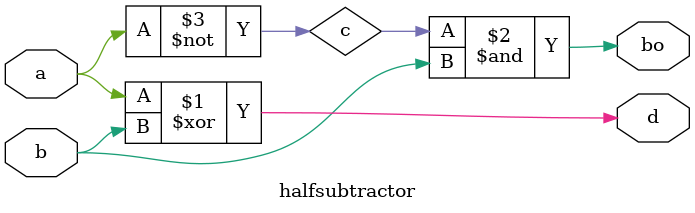
<source format=v>

module halfsubtractor(a,b,d,bo);
input a,b;
wire c;
output d,bo;
xor diff1(d,a,b);
not nota(c,a);
and carry(bo,c,b);
endmodule


</source>
